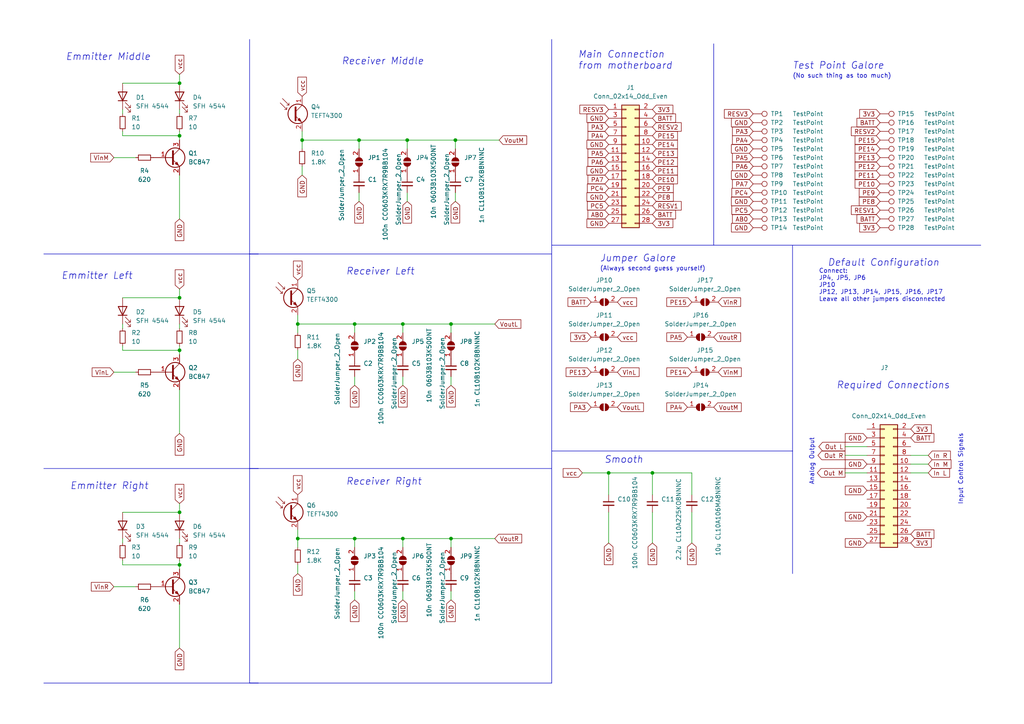
<source format=kicad_sch>
(kicad_sch (version 20211123) (generator eeschema)
  (paper "A4")
  (title_block (title "EEE3088 Sensing") (date "2024-03-22") (rev "R1.0") (company "3DSA.co.za") (comment 1 "Griffin Trace ") (comment 2 "TRCGRI001"))
  (lib_symbols
    (symbol "Connector:TestPoint" (pin_numbers hide) (pin_names (offset 0.762) hide)
      (property "Reference" "TP" (at 0 6.858 0))
      (property "Value" "TestPoint" (at 0 5.08 0))
      (symbol "TestPoint_0_1"
        (circle (center 0 3.302) (radius 0.762))
      )
      (symbol "TestPoint_1_1"
        (pin passive line (at 0 0 90) (length 2.54) (name "1") (number "1"))
      )
    )
    (symbol "Connector_Generic:Conn_02x14_Odd_Even" (pin_names (offset 1.016) hide)
      (property "Reference" "J" (at 1.27 17.78 0))
      (property "Value" "Conn_02x14_Odd_Even" (at 1.27 -20.32 0))
      (symbol "Conn_02x14_Odd_Even_1_1"
        (rectangle (start -1.27 -17.653) (end 0 -17.907) (stroke (width 0.1524)))
        (rectangle (start -1.27 -15.113) (end 0 -15.367) (stroke (width 0.1524)))
        (rectangle (start -1.27 -12.573) (end 0 -12.827) (stroke (width 0.1524)))
        (rectangle (start -1.27 -10.033) (end 0 -10.287) (stroke (width 0.1524)))
        (rectangle (start -1.27 -7.493) (end 0 -7.747) (stroke (width 0.1524)))
        (rectangle (start -1.27 -4.953) (end 0 -5.207) (stroke (width 0.1524)))
        (rectangle (start -1.27 -2.413) (end 0 -2.667) (stroke (width 0.1524)))
        (rectangle (start -1.27 0.127) (end 0 -0.127) (stroke (width 0.1524)))
        (rectangle (start -1.27 2.667) (end 0 2.413) (stroke (width 0.1524)))
        (rectangle (start -1.27 5.207) (end 0 4.953) (stroke (width 0.1524)))
        (rectangle (start -1.27 7.747) (end 0 7.493) (stroke (width 0.1524)))
        (rectangle (start -1.27 10.287) (end 0 10.033) (stroke (width 0.1524)))
        (rectangle (start -1.27 12.827) (end 0 12.573) (stroke (width 0.1524)))
        (rectangle (start -1.27 15.367) (end 0 15.113) (stroke (width 0.1524)))
        (rectangle (start -1.27 16.51) (end 3.81 -19.05) (stroke (width 0.254)) (fill (type background)))
        (rectangle (start 3.81 -17.653) (end 2.54 -17.907) (stroke (width 0.1524)))
        (rectangle (start 3.81 -15.113) (end 2.54 -15.367) (stroke (width 0.1524)))
        (rectangle (start 3.81 -12.573) (end 2.54 -12.827) (stroke (width 0.1524)))
        (rectangle (start 3.81 -10.033) (end 2.54 -10.287) (stroke (width 0.1524)))
        (rectangle (start 3.81 -7.493) (end 2.54 -7.747) (stroke (width 0.1524)))
        (rectangle (start 3.81 -4.953) (end 2.54 -5.207) (stroke (width 0.1524)))
        (rectangle (start 3.81 -2.413) (end 2.54 -2.667) (stroke (width 0.1524)))
        (rectangle (start 3.81 0.127) (end 2.54 -0.127) (stroke (width 0.1524)))
        (rectangle (start 3.81 2.667) (end 2.54 2.413) (stroke (width 0.1524)))
        (rectangle (start 3.81 5.207) (end 2.54 4.953) (stroke (width 0.1524)))
        (rectangle (start 3.81 7.747) (end 2.54 7.493) (stroke (width 0.1524)))
        (rectangle (start 3.81 10.287) (end 2.54 10.033) (stroke (width 0.1524)))
        (rectangle (start 3.81 12.827) (end 2.54 12.573) (stroke (width 0.1524)))
        (rectangle (start 3.81 15.367) (end 2.54 15.113) (stroke (width 0.1524)))
        (pin passive line (at -5.08 15.24 0) (length 3.81) (name "Pin_1") (number "1"))
        (pin passive line (at 7.62 5.08 180) (length 3.81) (name "Pin_10") (number "10"))
        (pin passive line (at -5.08 2.54 0) (length 3.81) (name "Pin_11") (number "11"))
        (pin passive line (at 7.62 2.54 180) (length 3.81) (name "Pin_12") (number "12"))
        (pin passive line (at -5.08 0 0) (length 3.81) (name "Pin_13") (number "13"))
        (pin passive line (at 7.62 0 180) (length 3.81) (name "Pin_14") (number "14"))
        (pin passive line (at -5.08 -2.54 0) (length 3.81) (name "Pin_15") (number "15"))
        (pin passive line (at 7.62 -2.54 180) (length 3.81) (name "Pin_16") (number "16"))
        (pin passive line (at -5.08 -5.08 0) (length 3.81) (name "Pin_17") (number "17"))
        (pin passive line (at 7.62 -5.08 180) (length 3.81) (name "Pin_18") (number "18"))
        (pin passive line (at -5.08 -7.62 0) (length 3.81) (name "Pin_19") (number "19"))
        (pin passive line (at 7.62 15.24 180) (length 3.81) (name "Pin_2") (number "2"))
        (pin passive line (at 7.62 -7.62 180) (length 3.81) (name "Pin_20") (number "20"))
        (pin passive line (at -5.08 -10.16 0) (length 3.81) (name "Pin_21") (number "21"))
        (pin passive line (at 7.62 -10.16 180) (length 3.81) (name "Pin_22") (number "22"))
        (pin passive line (at -5.08 -12.7 0) (length 3.81) (name "Pin_23") (number "23"))
        (pin passive line (at 7.62 -12.7 180) (length 3.81) (name "Pin_24") (number "24"))
        (pin passive line (at -5.08 -15.24 0) (length 3.81) (name "Pin_25") (number "25"))
        (pin passive line (at 7.62 -15.24 180) (length 3.81) (name "Pin_26") (number "26"))
        (pin passive line (at -5.08 -17.78 0) (length 3.81) (name "Pin_27") (number "27"))
        (pin passive line (at 7.62 -17.78 180) (length 3.81) (name "Pin_28") (number "28"))
        (pin passive line (at -5.08 12.7 0) (length 3.81) (name "Pin_3") (number "3"))
        (pin passive line (at 7.62 12.7 180) (length 3.81) (name "Pin_4") (number "4"))
        (pin passive line (at -5.08 10.16 0) (length 3.81) (name "Pin_5") (number "5"))
        (pin passive line (at 7.62 10.16 180) (length 3.81) (name "Pin_6") (number "6"))
        (pin passive line (at -5.08 7.62 0) (length 3.81) (name "Pin_7") (number "7"))
        (pin passive line (at 7.62 7.62 180) (length 3.81) (name "Pin_8") (number "8"))
        (pin passive line (at -5.08 5.08 0) (length 3.81) (name "Pin_9") (number "9"))
      )
    )
    (symbol "Device:C_Small" (pin_numbers hide) (pin_names (offset 0.254) hide)
      (property "Reference" "C" (at 0.254 1.778 0))
      (property "Value" "C_Small" (at 0.254 -2.032 0))
      (symbol "C_Small_0_1"
        (polyline (pts (xy -1.524 -0.508) (xy 1.524 -0.508)) (stroke (width 0.3302)))
        (polyline (pts (xy -1.524 0.508) (xy 1.524 0.508)) (stroke (width 0.3048)))
      )
      (symbol "C_Small_1_1"
        (pin passive line (at 0 2.54 270) (length 2.032) (name "~") (number "1"))
        (pin passive line (at 0 -2.54 90) (length 2.032) (name "~") (number "2"))
      )
    )
    (symbol "Device:LED" (pin_numbers hide) (pin_names (offset 1.016) hide)
      (property "Reference" "D" (at 0 2.54 0))
      (property "Value" "LED" (at 0 -2.54 0))
      (symbol "LED_0_1"
        (polyline (pts (xy -1.27 -1.27) (xy -1.27 1.27)) (stroke (width 0.254)))
        (polyline (pts (xy -1.27 0) (xy 1.27 0)))
        (polyline (pts (xy 1.27 -1.27) (xy 1.27 1.27) (xy -1.27 0) (xy 1.27 -1.27)) (stroke (width 0.254)))
        (polyline (pts (xy -3.048 -0.762) (xy -4.572 -2.286) (xy -3.81 -2.286) (xy -4.572 -2.286) (xy -4.572 -1.524)))
        (polyline (pts (xy -1.778 -0.762) (xy -3.302 -2.286) (xy -2.54 -2.286) (xy -3.302 -2.286) (xy -3.302 -1.524)))
      )
      (symbol "LED_1_1"
        (pin passive line (at -3.81 0 0) (length 2.54) (name "K") (number "1"))
        (pin passive line (at 3.81 0 180) (length 2.54) (name "A") (number "2"))
      )
    )
    (symbol "Device:Q_Photo_NPN" (pin_names (offset 0) hide)
      (property "Reference" "Q" (at 5.08 1.27 0))
      (property "Value" "Q_Photo_NPN" (at 5.08 -1.27 0))
      (symbol "Q_Photo_NPN_0_1"
        (polyline (pts (xy -1.905 1.27) (xy -2.54 1.27)))
        (polyline (pts (xy -1.27 2.54) (xy -1.905 2.54)))
        (polyline (pts (xy 0.635 0.635) (xy 2.54 2.54)))
        (polyline (pts (xy -3.81 3.175) (xy -1.905 1.27) (xy -1.905 1.905)))
        (polyline (pts (xy -3.175 4.445) (xy -1.27 2.54) (xy -1.27 3.175)))
        (polyline (pts (xy 0.635 -0.635) (xy 2.54 -2.54) (xy 2.54 -2.54)))
        (polyline (pts (xy 0.635 1.905) (xy 0.635 -1.905) (xy 0.635 -1.905)) (stroke (width 0.508)))
        (polyline (pts (xy 1.27 -1.778) (xy 1.778 -1.27) (xy 2.286 -2.286) (xy 1.27 -1.778) (xy 1.27 -1.778)) (fill (type outline)))
        (circle (center 1.27 0) (radius 2.8194) (stroke (width 0.254)))
      )
      (symbol "Q_Photo_NPN_1_1"
        (pin passive line (at 2.54 5.08 270) (length 2.54) (name "C") (number "1"))
        (pin passive line (at 2.54 -5.08 90) (length 2.54) (name "E") (number "2"))
      )
    )
    (symbol "Device:R_Small" (pin_numbers hide) (pin_names (offset 0.254) hide)
      (property "Reference" "R" (at 0.762 0.508 0))
      (property "Value" "R_Small" (at 0.762 -1.016 0))
      (symbol "R_Small_0_1"
        (rectangle (start -0.762 1.778) (end 0.762 -1.778) (stroke (width 0.2032)))
      )
      (symbol "R_Small_1_1"
        (pin passive line (at 0 2.54 270) (length 0.762) (name "~") (number "1"))
        (pin passive line (at 0 -2.54 90) (length 0.762) (name "~") (number "2"))
      )
    )
    (symbol "Jumper:SolderJumper_2_Open" (pin_names (offset 0) hide)
      (property "Reference" "JP" (at 0 2.032 0))
      (property "Value" "SolderJumper_2_Open" (at 0 -2.54 0))
      (symbol "SolderJumper_2_Open_0_1"
        (arc (start -0.254 1.016) (mid -1.27 0) (end -0.254 -1.016))
        (arc (start -0.254 1.016) (mid -1.27 0) (end -0.254 -1.016) (fill (type outline)))
        (polyline (pts (xy -0.254 1.016) (xy -0.254 -1.016)))
        (polyline (pts (xy 0.254 1.016) (xy 0.254 -1.016)))
        (arc (start 0.254 -1.016) (mid 1.27 0) (end 0.254 1.016))
        (arc (start 0.254 -1.016) (mid 1.27 0) (end 0.254 1.016) (fill (type outline)))
      )
      (symbol "SolderJumper_2_Open_1_1"
        (pin passive line (at -3.81 0 0) (length 2.54) (name "A") (number "1"))
        (pin passive line (at 3.81 0 180) (length 2.54) (name "B") (number "2"))
      )
    )
    (symbol "Transistor_BJT:BC847" (pin_names (offset 0) hide)
      (property "Reference" "Q" (at 5.08 1.905 0))
      (property "Value" "BC847" (at 5.08 0 0))
      (symbol "BC847_0_1"
        (polyline (pts (xy 0.635 0.635) (xy 2.54 2.54)))
        (polyline (pts (xy 0.635 -0.635) (xy 2.54 -2.54) (xy 2.54 -2.54)))
        (polyline (pts (xy 0.635 1.905) (xy 0.635 -1.905) (xy 0.635 -1.905)) (stroke (width 0.508)))
        (polyline (pts (xy 1.27 -1.778) (xy 1.778 -1.27) (xy 2.286 -2.286) (xy 1.27 -1.778) (xy 1.27 -1.778)) (fill (type outline)))
        (circle (center 1.27 0) (radius 2.8194) (stroke (width 0.254)))
      )
      (symbol "BC847_1_1"
        (pin input line (at -5.08 0 0) (length 5.715) (name "B") (number "1"))
        (pin passive line (at 2.54 -5.08 90) (length 2.54) (name "E") (number "2"))
        (pin passive line (at 2.54 5.08 270) (length 2.54) (name "C") (number "3"))
      )
    )
  )
  (junction (at 52.07 163.83))
  (junction (at 87.63 40.64))
  (junction (at 102.87 156.21))
  (junction (at 104.14 40.64))
  (junction (at 116.84 156.21))
  (junction (at 86.36 93.98))
  (junction (at 52.07 24.13))
  (junction (at 189.23 137.16))
  (junction (at 52.07 101.6))
  (junction (at 118.11 40.64))
  (junction (at 102.87 93.98))
  (junction (at 52.07 86.36))
  (junction (at 86.36 156.21))
  (junction (at 130.81 93.98))
  (junction (at 116.84 93.98))
  (junction (at 176.53 137.16))
  (junction (at 132.08 40.64))
  (junction (at 52.07 39.37))
  (junction (at 130.81 156.21))
  (junction (at 52.07 148.59))
  (polyline (pts (xy 160.02 198.12) (xy 72.39 198.12)) (stroke (width 0) (type solid)))
  (wire (pts (xy 118.11 40.64) (xy 132.08 40.64)))
  (wire (pts (xy 189.23 137.16) (xy 176.53 137.16)))
  (wire (pts (xy 86.36 93.98) (xy 86.36 96.52)))
  (wire (pts (xy 132.08 40.64) (xy 144.78 40.64)))
  (wire (pts (xy 35.56 86.36) (xy 52.07 86.36)))
  (wire (pts (xy 102.87 171.45) (xy 102.87 173.99)))
  (wire (pts (xy 130.81 93.98) (xy 130.81 96.52)))
  (polyline (pts (xy 72.39 73.66) (xy 72.39 135.89)) (stroke (width 0) (type solid)))
  (wire (pts (xy 102.87 156.21) (xy 102.87 158.75)))
  (wire (pts (xy 52.07 101.6) (xy 52.07 102.87)))
  (wire (pts (xy 130.81 93.98) (xy 143.51 93.98)))
  (wire (pts (xy 130.81 156.21) (xy 130.81 158.75)))
  (polyline (pts (xy 160.02 73.66) (xy 72.39 73.66)) (stroke (width 0) (type solid)))
  (wire (pts (xy 35.56 31.75) (xy 35.56 33.02)))
  (wire (pts (xy 130.81 156.21) (xy 143.51 156.21)))
  (wire (pts (xy 269.24 134.62) (xy 264.16 134.62)))
  (wire (pts (xy 176.53 148.59) (xy 176.53 157.48)))
  (wire (pts (xy 104.14 40.64) (xy 118.11 40.64)))
  (wire (pts (xy 33.02 45.72) (xy 39.37 45.72)))
  (wire (pts (xy 116.84 109.22) (xy 116.84 111.76)))
  (polyline (pts (xy 160.02 73.66) (xy 160.02 130.81)) (stroke (width 0) (type solid)))
  (wire (pts (xy 33.02 170.18) (xy 39.37 170.18)))
  (wire (pts (xy 116.84 93.98) (xy 130.81 93.98)))
  (wire (pts (xy 33.02 107.95) (xy 39.37 107.95)))
  (wire (pts (xy 116.84 156.21) (xy 116.84 158.75)))
  (wire (pts (xy 176.53 137.16) (xy 176.53 143.51)))
  (wire (pts (xy 35.56 39.37) (xy 52.07 39.37)))
  (wire (pts (xy 86.36 91.44) (xy 86.36 93.98)))
  (wire (pts (xy 118.11 40.64) (xy 118.11 43.18)))
  (polyline (pts (xy 72.39 11.43) (xy 72.39 73.66)) (stroke (width 0) (type solid)))
  (wire (pts (xy 52.07 163.83) (xy 52.07 165.1)))
  (wire (pts (xy 35.56 156.21) (xy 35.56 157.48)))
  (wire (pts (xy 104.14 40.64) (xy 104.14 43.18)))
  (polyline (pts (xy 160.02 135.89) (xy 72.39 135.89)) (stroke (width 0) (type solid)))
  (wire (pts (xy 132.08 40.64) (xy 132.08 43.18)))
  (wire (pts (xy 245.11 132.08) (xy 251.46 132.08)))
  (wire (pts (xy 35.56 148.59) (xy 52.07 148.59)))
  (wire (pts (xy 87.63 40.64) (xy 104.14 40.64)))
  (wire (pts (xy 52.07 50.8) (xy 52.07 63.5)))
  (wire (pts (xy 35.56 39.37) (xy 35.56 38.1)))
  (wire (pts (xy 200.66 137.16) (xy 189.23 137.16)))
  (wire (pts (xy 168.91 137.16) (xy 176.53 137.16)))
  (wire (pts (xy 35.56 101.6) (xy 52.07 101.6)))
  (wire (pts (xy 87.63 48.26) (xy 87.63 50.8)))
  (wire (pts (xy 52.07 38.1) (xy 52.07 39.37)))
  (wire (pts (xy 269.24 132.08) (xy 264.16 132.08)))
  (wire (pts (xy 86.36 156.21) (xy 102.87 156.21)))
  (polyline (pts (xy 72.39 135.89) (xy 72.39 198.12)) (stroke (width 0) (type solid)))
  (wire (pts (xy 102.87 156.21) (xy 116.84 156.21)))
  (wire (pts (xy 118.11 55.88) (xy 118.11 58.42)))
  (wire (pts (xy 52.07 39.37) (xy 52.07 40.64)))
  (wire (pts (xy 35.56 163.83) (xy 52.07 163.83)))
  (wire (pts (xy 86.36 163.83) (xy 86.36 166.37)))
  (wire (pts (xy 132.08 55.88) (xy 132.08 58.42)))
  (wire (pts (xy 86.36 101.6) (xy 86.36 104.14)))
  (wire (pts (xy 116.84 156.21) (xy 130.81 156.21)))
  (wire (pts (xy 35.56 163.83) (xy 35.56 162.56)))
  (polyline (pts (xy 229.87 71.12) (xy 229.87 130.81)) (stroke (width 0) (type solid)))
  (wire (pts (xy 130.81 109.22) (xy 130.81 111.76)))
  (wire (pts (xy 102.87 93.98) (xy 102.87 96.52)))
  (polyline (pts (xy 160.02 71.12) (xy 207.01 71.12)) (stroke (width 0) (type solid)))
  (wire (pts (xy 200.66 148.59) (xy 200.66 157.48)))
  (polyline (pts (xy 160.02 130.81) (xy 229.87 130.81)) (stroke (width 0) (type solid)))
  (wire (pts (xy 116.84 171.45) (xy 116.84 173.99)))
  (wire (pts (xy 52.07 175.26) (xy 52.07 187.96)))
  (wire (pts (xy 189.23 143.51) (xy 189.23 137.16)))
  (wire (pts (xy 52.07 100.33) (xy 52.07 101.6)))
  (wire (pts (xy 52.07 162.56) (xy 52.07 163.83)))
  (wire (pts (xy 116.84 93.98) (xy 116.84 96.52)))
  (wire (pts (xy 52.07 31.75) (xy 52.07 33.02)))
  (polyline (pts (xy 229.87 130.81) (xy 229.87 166.37)) (stroke (width 0) (type solid)))
  (polyline (pts (xy 207.01 12.7) (xy 207.01 71.12)) (stroke (width 0) (type solid)))
  (wire (pts (xy 86.36 156.21) (xy 86.36 158.75)))
  (wire (pts (xy 52.07 113.03) (xy 52.07 125.73)))
  (wire (pts (xy 52.07 83.82) (xy 52.07 86.36)))
  (wire (pts (xy 86.36 153.67) (xy 86.36 156.21)))
  (wire (pts (xy 35.56 101.6) (xy 35.56 100.33)))
  (wire (pts (xy 130.81 171.45) (xy 130.81 173.99)))
  (wire (pts (xy 52.07 21.59) (xy 52.07 24.13)))
  (polyline (pts (xy 74.93 198.12) (xy 12.7 198.12)) (stroke (width 0) (type solid)))
  (wire (pts (xy 87.63 40.64) (xy 87.63 43.18)))
  (wire (pts (xy 52.07 156.21) (xy 52.07 157.48)))
  (wire (pts (xy 35.56 24.13) (xy 52.07 24.13)))
  (wire (pts (xy 245.11 129.54) (xy 251.46 129.54)))
  (polyline (pts (xy 160.02 11.43) (xy 160.02 73.66)) (stroke (width 0) (type solid)))
  (wire (pts (xy 269.24 137.16) (xy 264.16 137.16)))
  (polyline (pts (xy 207.01 71.12) (xy 284.48 71.12)) (stroke (width 0) (type solid)))
  (wire (pts (xy 102.87 109.22) (xy 102.87 111.76)))
  (polyline (pts (xy 74.93 73.66) (xy 12.7 73.66)) (stroke (width 0) (type solid)))
  (wire (pts (xy 86.36 93.98) (xy 102.87 93.98)))
  (wire (pts (xy 104.14 55.88) (xy 104.14 58.42)))
  (wire (pts (xy 245.11 137.16) (xy 251.46 137.16)))
  (wire (pts (xy 200.66 143.51) (xy 200.66 137.16)))
  (wire (pts (xy 35.56 93.98) (xy 35.56 95.25)))
  (wire (pts (xy 87.63 38.1) (xy 87.63 40.64)))
  (wire (pts (xy 189.23 148.59) (xy 189.23 157.48)))
  (wire (pts (xy 52.07 146.05) (xy 52.07 148.59)))
  (wire (pts (xy 102.87 93.98) (xy 116.84 93.98)))
  (polyline (pts (xy 74.93 135.89) (xy 12.7 135.89)) (stroke (width 0) (type solid)))
  (wire (pts (xy 52.07 93.98) (xy 52.07 95.25)))
  (polyline (pts (xy 160.02 130.81) (xy 160.02 198.12)) (stroke (width 0) (type solid)))
  (text "Input Control Signals" (at 279.4 125.73 270) (effects (font (size 1.27 1.27)) (justify right bottom)))
  (text "Receiver Right" (at 100.33 140.97 0) (effects (font (size 2 2) italic) (justify left bottom)))
  (text "Main Connection \nfrom motherboard" (at 167.64 20.32 0) (effects (font (size 2 2) italic) (justify left bottom)))
  (text "Required Connections" (at 242.57 113.03 0) (effects (font (size 2 2) italic) (justify left bottom)))
  (text "Receiver Middle" (at 99.06 19.05 0) (effects (font (size 2 2) italic) (justify left bottom)))
  (text "(Always second guess yourself)" (at 173.99 78.74 0) (effects (font (size 1.27 1.27)) (justify left bottom)))
  (text "Jumper Galore" (at 173.99 76.2 0) (effects (font (size 2 2) italic) (justify left bottom)))
  (text "Connect:\nJP4, JP5, JP6\nJP10\nJP12, JP13, JP14, JP15, JP16, JP17\nLeave all other jumpers disconnected" (at 237.49 87.63 0) (effects (font (size 1.27 1.27)) (justify left bottom)))
  (text "Receiver Left" (at 100.33 80.01 0) (effects (font (size 2 2) italic) (justify left bottom)))
  (text "Emmitter Left" (at 17.78 81.28 0) (effects (font (size 2 2) italic) (justify left bottom)))
  (text "Test Point Galore" (at 229.87 20.32 0) (effects (font (size 2 2) italic) (justify left bottom)))
  (text "Smooth" (at 175.26 134.62 0) (effects (font (size 2 2) italic) (justify left bottom)))
  (text "(No such thing as too much)" (at 229.87 22.86 0) (effects (font (size 1.27 1.27)) (justify left bottom)))
  (text "Emmitter Right" (at 20.32 142.24 0) (effects (font (size 2 2) italic) (justify left bottom)))
  (text "Analog Output" (at 236.22 127 270) (effects (font (size 1.27 1.27)) (justify right bottom)))
  (text "Default Configuration" (at 240.03 77.47 0) (effects (font (size 2 2) italic) (justify left bottom)))
  (text "Emmitter Middle" (at 19.05 17.78 0) (effects (font (size 2 2) italic) (justify left bottom)))
  (global_label "PE14" (shape input) (at 189.23 41.91 0) (property "Intersheet References" "${INTERSHEET_REFS}" (effects hide)))
  (global_label "PA5" (shape input) (at 218.44 45.72 180) (property "Intersheet References" "${INTERSHEET_REFS}" (effects hide)))
  (global_label "GND" (shape input) (at 176.53 57.15 180) (property "Intersheet References" "${INTERSHEET_REFS}" (effects hide)))
  (global_label "VoutM" (shape input) (at 207.01 118.11 0) (property "Intersheet References" "${INTERSHEET_REFS}" (effects hide)))
  (global_label "PC5" (shape input) (at 176.53 59.69 180) (property "Intersheet References" "${INTERSHEET_REFS}" (effects hide)))
  (global_label "RESV1" (shape input) (at 255.27 60.96 180) (property "Intersheet References" "${INTERSHEET_REFS}" (effects hide)))
  (global_label "vcc" (shape input) (at 52.07 83.82 90) (property "Intersheet References" "${INTERSHEET_REFS}" (effects hide)))
  (global_label "3V3" (shape input) (at 189.23 64.77 0) (property "Intersheet References" "${INTERSHEET_REFS}" (effects hide)))
  (global_label "GND" (shape input) (at 102.87 111.76 270) (property "Intersheet References" "${INTERSHEET_REFS}" (effects hide)))
  (global_label "PA3" (shape input) (at 171.45 118.11 180) (property "Intersheet References" "${INTERSHEET_REFS}" (effects hide)))
  (global_label "3V3" (shape input) (at 264.16 157.48 0) (property "Intersheet References" "${INTERSHEET_REFS}" (effects hide)))
  (global_label "PE13" (shape input) (at 189.23 44.45 0) (property "Intersheet References" "${INTERSHEET_REFS}" (effects hide)))
  (global_label "BATT" (shape input) (at 255.27 35.56 180) (property "Intersheet References" "${INTERSHEET_REFS}" (effects hide)))
  (global_label "vcc" (shape input) (at 52.07 146.05 90) (property "Intersheet References" "${INTERSHEET_REFS}" (effects hide)))
  (global_label "GND" (shape input) (at 116.84 111.76 270) (property "Intersheet References" "${INTERSHEET_REFS}" (effects hide)))
  (global_label "GND" (shape input) (at 218.44 50.8 180) (property "Intersheet References" "${INTERSHEET_REFS}" (effects hide)))
  (global_label "PA6" (shape input) (at 218.44 48.26 180) (property "Intersheet References" "${INTERSHEET_REFS}" (effects hide)))
  (global_label "PE12" (shape input) (at 255.27 48.26 180) (property "Intersheet References" "${INTERSHEET_REFS}" (effects hide)))
  (global_label "VoutL" (shape input) (at 179.07 118.11 0) (property "Intersheet References" "${INTERSHEET_REFS}" (effects hide)))
  (global_label "PA7" (shape input) (at 218.44 53.34 180) (property "Intersheet References" "${INTERSHEET_REFS}" (effects hide)))
  (global_label "vcc" (shape input) (at 52.07 21.59 90) (property "Intersheet References" "${INTERSHEET_REFS}" (effects hide)))
  (global_label "PE14" (shape input) (at 200.66 107.95 180) (property "Intersheet References" "${INTERSHEET_REFS}" (effects hide)))
  (global_label "VoutR" (shape input) (at 207.01 97.79 0) (property "Intersheet References" "${INTERSHEET_REFS}" (effects hide)))
  (global_label "GND" (shape input) (at 218.44 58.42 180) (property "Intersheet References" "${INTERSHEET_REFS}" (effects hide)))
  (global_label "GND" (shape input) (at 86.36 166.37 270) (property "Intersheet References" "${INTERSHEET_REFS}" (effects hide)))
  (global_label "3V3" (shape input) (at 264.16 124.46 0) (property "Intersheet References" "${INTERSHEET_REFS}" (effects hide)))
  (global_label "GND" (shape input) (at 218.44 35.56 180) (property "Intersheet References" "${INTERSHEET_REFS}" (effects hide)))
  (global_label "GND" (shape input) (at 176.53 64.77 180) (property "Intersheet References" "${INTERSHEET_REFS}" (effects hide)))
  (global_label "AB0" (shape input) (at 218.44 63.5 180) (property "Intersheet References" "${INTERSHEET_REFS}" (effects hide)))
  (global_label "PA6" (shape input) (at 176.53 46.99 180) (property "Intersheet References" "${INTERSHEET_REFS}" (effects hide)))
  (global_label "BATT" (shape input) (at 264.16 127 0) (property "Intersheet References" "${INTERSHEET_REFS}" (effects hide)))
  (global_label "GND" (shape input) (at 251.46 142.24 180) (property "Intersheet References" "${INTERSHEET_REFS}" (effects hide)))
  (global_label "GND" (shape input) (at 52.07 63.5 270) (property "Intersheet References" "${INTERSHEET_REFS}" (effects hide)))
  (global_label "In L" (shape input) (at 269.24 137.16 0) (property "Intersheet References" "${INTERSHEET_REFS}" (effects hide)))
  (global_label "BATT" (shape input) (at 255.27 63.5 180) (property "Intersheet References" "${INTERSHEET_REFS}" (effects hide)))
  (global_label "Out R" (shape output) (at 245.11 132.08 180) (property "Intersheet References" "${INTERSHEET_REFS}" (effects hide)))
  (global_label "PE11" (shape input) (at 189.23 49.53 0) (property "Intersheet References" "${INTERSHEET_REFS}" (effects hide)))
  (global_label "BATT" (shape input) (at 171.45 87.63 180) (property "Intersheet References" "${INTERSHEET_REFS}" (effects hide)))
  (global_label "PE15" (shape input) (at 255.27 40.64 180) (property "Intersheet References" "${INTERSHEET_REFS}" (effects hide)))
  (global_label "PE12" (shape input) (at 189.23 46.99 0) (property "Intersheet References" "${INTERSHEET_REFS}" (effects hide)))
  (global_label "RESV3" (shape input) (at 218.44 33.02 180) (property "Intersheet References" "${INTERSHEET_REFS}" (effects hide)))
  (global_label "GND" (shape input) (at 130.81 111.76 270) (property "Intersheet References" "${INTERSHEET_REFS}" (effects hide)))
  (global_label "GND" (shape input) (at 116.84 173.99 270) (property "Intersheet References" "${INTERSHEET_REFS}" (effects hide)))
  (global_label "GND" (shape input) (at 176.53 157.48 270) (property "Intersheet References" "${INTERSHEET_REFS}" (effects hide)))
  (global_label "GND" (shape input) (at 189.23 157.48 270) (property "Intersheet References" "${INTERSHEET_REFS}" (effects hide)))
  (global_label "GND" (shape input) (at 200.66 157.48 270) (property "Intersheet References" "${INTERSHEET_REFS}" (effects hide)))
  (global_label "GND" (shape input) (at 251.46 149.86 180) (property "Intersheet References" "${INTERSHEET_REFS}" (effects hide)))
  (global_label "GND" (shape input) (at 118.11 58.42 270) (property "Intersheet References" "${INTERSHEET_REFS}" (effects hide)))
  (global_label "VinL" (shape input) (at 179.07 107.95 0) (property "Intersheet References" "${INTERSHEET_REFS}" (effects hide)))
  (global_label "BATT" (shape input) (at 264.16 154.94 0) (property "Intersheet References" "${INTERSHEET_REFS}" (effects hide)))
  (global_label "In R" (shape input) (at 269.24 132.08 0) (property "Intersheet References" "${INTERSHEET_REFS}" (effects hide)))
  (global_label "vcc" (shape input) (at 179.07 87.63 0) (property "Intersheet References" "${INTERSHEET_REFS}" (effects hide)))
  (global_label "GND" (shape input) (at 251.46 157.48 180) (property "Intersheet References" "${INTERSHEET_REFS}" (effects hide)))
  (global_label "PE11" (shape input) (at 255.27 50.8 180) (property "Intersheet References" "${INTERSHEET_REFS}" (effects hide)))
  (global_label "VoutR" (shape input) (at 143.51 156.21 0) (property "Intersheet References" "${INTERSHEET_REFS}" (effects hide)))
  (global_label "VinM" (shape input) (at 208.28 107.95 0) (property "Intersheet References" "${INTERSHEET_REFS}" (effects hide)))
  (global_label "GND" (shape input) (at 251.46 127 180) (property "Intersheet References" "${INTERSHEET_REFS}" (effects hide)))
  (global_label "PE13" (shape input) (at 171.45 107.95 180) (property "Intersheet References" "${INTERSHEET_REFS}" (effects hide)))
  (global_label "PA5" (shape input) (at 199.39 97.79 180) (property "Intersheet References" "${INTERSHEET_REFS}" (effects hide)))
  (global_label "GND" (shape input) (at 52.07 187.96 270) (property "Intersheet References" "${INTERSHEET_REFS}" (effects hide)))
  (global_label "vcc" (shape input) (at 87.63 27.94 90) (property "Intersheet References" "${INTERSHEET_REFS}" (effects hide)))
  (global_label "PE15" (shape input) (at 200.66 87.63 180) (property "Intersheet References" "${INTERSHEET_REFS}" (effects hide)))
  (global_label "GND" (shape input) (at 102.87 173.99 270) (property "Intersheet References" "${INTERSHEET_REFS}" (effects hide)))
  (global_label "VinR" (shape input) (at 208.28 87.63 0) (property "Intersheet References" "${INTERSHEET_REFS}" (effects hide)))
  (global_label "PA4" (shape input) (at 176.53 39.37 180) (property "Intersheet References" "${INTERSHEET_REFS}" (effects hide)))
  (global_label "GND" (shape input) (at 132.08 58.395 270) (property "Intersheet References" "${INTERSHEET_REFS}" (effects hide)))
  (global_label "VinM" (shape input) (at 33.02 45.72 180) (property "Intersheet References" "${INTERSHEET_REFS}" (effects hide)))
  (global_label "3V3" (shape input) (at 171.45 97.79 180) (property "Intersheet References" "${INTERSHEET_REFS}" (effects hide)))
  (global_label "GND" (shape input) (at 218.44 43.18 180) (property "Intersheet References" "${INTERSHEET_REFS}" (effects hide)))
  (global_label "PA5" (shape input) (at 176.53 44.45 180) (property "Intersheet References" "${INTERSHEET_REFS}" (effects hide)))
  (global_label "3V3" (shape input) (at 255.27 33.02 180) (property "Intersheet References" "${INTERSHEET_REFS}" (effects hide)))
  (global_label "Out L" (shape output) (at 245.11 129.54 180) (property "Intersheet References" "${INTERSHEET_REFS}" (effects hide)))
  (global_label "PA7" (shape input) (at 176.53 52.07 180) (property "Intersheet References" "${INTERSHEET_REFS}" (effects hide)))
  (global_label "VoutL" (shape input) (at 143.51 93.98 0) (property "Intersheet References" "${INTERSHEET_REFS}" (effects hide)))
  (global_label "GND" (shape input) (at 130.81 173.99 270) (property "Intersheet References" "${INTERSHEET_REFS}" (effects hide)))
  (global_label "GND" (shape input) (at 104.14 58.42 270) (property "Intersheet References" "${INTERSHEET_REFS}" (effects hide)))
  (global_label "GND" (shape input) (at 87.63 50.8 270) (property "Intersheet References" "${INTERSHEET_REFS}" (effects hide)))
  (global_label "PE8" (shape input) (at 255.27 58.42 180) (property "Intersheet References" "${INTERSHEET_REFS}" (effects hide)))
  (global_label "PE14" (shape input) (at 255.27 43.18 180) (property "Intersheet References" "${INTERSHEET_REFS}" (effects hide)))
  (global_label "PE10" (shape input) (at 189.23 52.07 0) (property "Intersheet References" "${INTERSHEET_REFS}" (effects hide)))
  (global_label "AB0" (shape input) (at 176.53 62.23 180) (property "Intersheet References" "${INTERSHEET_REFS}" (effects hide)))
  (global_label "GND" (shape input) (at 218.44 66.04 180) (property "Intersheet References" "${INTERSHEET_REFS}" (effects hide)))
  (global_label "RESV3" (shape input) (at 176.53 31.75 180) (property "Intersheet References" "${INTERSHEET_REFS}" (effects hide)))
  (global_label "BATT" (shape input) (at 189.23 62.23 0) (property "Intersheet References" "${INTERSHEET_REFS}" (effects hide)))
  (global_label "PE9" (shape input) (at 189.23 54.61 0) (property "Intersheet References" "${INTERSHEET_REFS}" (effects hide)))
  (global_label "GND" (shape input) (at 176.53 41.91 180) (property "Intersheet References" "${INTERSHEET_REFS}" (effects hide)))
  (global_label "GND" (shape input) (at 52.07 125.73 270) (property "Intersheet References" "${INTERSHEET_REFS}" (effects hide)))
  (global_label "RESV2" (shape input) (at 255.27 38.1 180) (property "Intersheet References" "${INTERSHEET_REFS}" (effects hide)))
  (global_label "GND" (shape input) (at 176.53 49.53 180) (property "Intersheet References" "${INTERSHEET_REFS}" (effects hide)))
  (global_label "PC4" (shape input) (at 218.44 55.88 180) (property "Intersheet References" "${INTERSHEET_REFS}" (effects hide)))
  (global_label "PE15" (shape input) (at 189.23 39.37 0) (property "Intersheet References" "${INTERSHEET_REFS}" (effects hide)))
  (global_label "PC5" (shape input) (at 218.44 60.96 180) (property "Intersheet References" "${INTERSHEET_REFS}" (effects hide)))
  (global_label "PE13" (shape input) (at 255.27 45.72 180) (property "Intersheet References" "${INTERSHEET_REFS}" (effects hide)))
  (global_label "vcc" (shape input) (at 179.07 97.79 0) (property "Intersheet References" "${INTERSHEET_REFS}" (effects hide)))
  (global_label "PA4" (shape input) (at 199.39 118.11 180) (property "Intersheet References" "${INTERSHEET_REFS}" (effects hide)))
  (global_label "GND" (shape input) (at 176.53 34.29 180) (property "Intersheet References" "${INTERSHEET_REFS}" (effects hide)))
  (global_label "VoutM" (shape input) (at 144.78 40.64 0) (property "Intersheet References" "${INTERSHEET_REFS}" (effects hide)))
  (global_label "vcc" (shape input) (at 86.36 143.51 90) (property "Intersheet References" "${INTERSHEET_REFS}" (effects hide)))
  (global_label "3V3" (shape input) (at 255.27 66.04 180) (property "Intersheet References" "${INTERSHEET_REFS}" (effects hide)))
  (global_label "PA3" (shape input) (at 176.53 36.83 180) (property "Intersheet References" "${INTERSHEET_REFS}" (effects hide)))
  (global_label "RESV2" (shape input) (at 189.23 36.83 0) (property "Intersheet References" "${INTERSHEET_REFS}" (effects hide)))
  (global_label "BATT" (shape input) (at 189.23 34.29 0) (property "Intersheet References" "${INTERSHEET_REFS}" (effects hide)))
  (global_label "PE10" (shape input) (at 255.27 53.34 180) (property "Intersheet References" "${INTERSHEET_REFS}" (effects hide)))
  (global_label "VinR" (shape input) (at 33.02 170.18 180) (property "Intersheet References" "${INTERSHEET_REFS}" (effects hide)))
  (global_label "GND" (shape input) (at 251.46 134.62 180) (property "Intersheet References" "${INTERSHEET_REFS}" (effects hide)))
  (global_label "vcc" (shape input) (at 168.91 137.16 180) (property "Intersheet References" "${INTERSHEET_REFS}" (effects hide)))
  (global_label "VinL" (shape input) (at 33.02 107.95 180) (property "Intersheet References" "${INTERSHEET_REFS}" (effects hide)))
  (global_label "Out M" (shape output) (at 245.11 137.16 180) (property "Intersheet References" "${INTERSHEET_REFS}" (effects hide)))
  (global_label "PA4" (shape input) (at 218.44 40.64 180) (property "Intersheet References" "${INTERSHEET_REFS}" (effects hide)))
  (global_label "PC4" (shape input) (at 176.53 54.61 180) (property "Intersheet References" "${INTERSHEET_REFS}" (effects hide)))
  (global_label "3V3" (shape input) (at 189.23 31.75 0) (property "Intersheet References" "${INTERSHEET_REFS}" (effects hide)))
  (global_label "GND" (shape input) (at 86.36 104.14 270) (property "Intersheet References" "${INTERSHEET_REFS}" (effects hide)))
  (global_label "PE8" (shape input) (at 189.23 57.15 0) (property "Intersheet References" "${INTERSHEET_REFS}" (effects hide)))
  (global_label "PA3" (shape input) (at 218.44 38.1 180) (property "Intersheet References" "${INTERSHEET_REFS}" (effects hide)))
  (global_label "RESV1" (shape input) (at 189.23 59.69 0) (property "Intersheet References" "${INTERSHEET_REFS}" (effects hide)))
  (global_label "vcc" (shape input) (at 86.36 81.28 90) (property "Intersheet References" "${INTERSHEET_REFS}" (effects hide)))
  (global_label "PE9" (shape input) (at 255.27 55.88 180) (property "Intersheet References" "${INTERSHEET_REFS}" (effects hide)))
  (global_label "In M" (shape input) (at 269.24 134.62 0) (property "Intersheet References" "${INTERSHEET_REFS}" (effects hide)))
  (symbol (lib_id "Jumper:SolderJumper_2_Open") (at 203.2 97.79 0) (unit 1)
    (property "Reference" "JP16" (at 203.2 91.44 0))
    (property "Value" "SolderJumper_2_Open" (at 203.2 93.98 0))
    (property "Footprint" "Jumper:SolderJumper-2_P1.3mm_Open_RoundedPad1.0x1.5mm" (effects hide))
  )
  (symbol (lib_id "Device:LED") (at 35.56 27.94 90) (unit 1)
    (property "Reference" "D1" (at 39.37 28.2574 90) (effects (justify right)))
    (property "Value" " SFH 4544" (at 39.37 30.7974 90) (effects (justify right)))
    (property "Footprint" "LED_THT:LED_D5.0mm_Horizontal_O1.27mm_Z3.0mm_IRBlack" (effects hide))
  )
  (symbol (lib_id "Transistor_BJT:BC847") (at 49.53 45.72 0) (unit 1)
    (property "Reference" "Q1" (at 54.61 44.4499 0) (effects (justify left)))
    (property "Value" "BC847" (at 54.61 46.9899 0) (effects (justify left)))
    (property "Footprint" "Package_TO_SOT_SMD:SOT-23" (effects hide))
    (property "Datasheet" "http://www.infineon.com/dgdl/Infineon-BC847SERIES_BC848SERIES_BC849SERIES_BC850SERIES-DS-v01_01-en.pdf?fileId=db3a304314dca389011541d4630a1657" (effects hide))
  )
  (symbol (lib_id "Device:C_Small") (at 116.84 168.91 0) (unit 1)
    (property "Reference" "C6" (at 119.38 167.6462 0) (effects (justify left)))
    (property "Value" "10n 0603B103K500NT" (at 124.46 179.07 90) (effects (justify left)))
    (property "Footprint" "Capacitor_SMD:C_0603_1608Metric" (effects hide))
  )
  (symbol (lib_id "Jumper:SolderJumper_2_Open") (at 130.81 100.33 90) (unit 1)
    (property "Reference" "JP8" (at 133.35 99.0599 90) (effects (justify right)))
    (property "Value" "SolderJumper_2_Open" (at 128.27 97.79 0) (effects (justify right)))
    (property "Footprint" "Jumper:SolderJumper-2_P1.3mm_Open_RoundedPad1.0x1.5mm" (effects hide))
  )
  (symbol (lib_id "Device:LED") (at 35.56 152.4 90) (unit 1)
    (property "Reference" "D3" (at 39.37 152.7174 90) (effects (justify right)))
    (property "Value" " SFH 4544" (at 39.37 155.2574 90) (effects (justify right)))
    (property "Footprint" "LED_THT:LED_D5.0mm_Horizontal_O1.27mm_Z3.0mm_IRBlack" (effects hide))
  )
  (symbol (lib_id "Jumper:SolderJumper_2_Open") (at 102.87 162.56 90) (unit 1)
    (property "Reference" "JP3" (at 105.41 161.2899 90) (effects (justify right)))
    (property "Value" "SolderJumper_2_Open" (at 97.79 158.75 0) (effects (justify right)))
    (property "Footprint" "Jumper:SolderJumper-2_P1.3mm_Open_RoundedPad1.0x1.5mm" (effects hide))
  )
  (symbol (lib_id "Connector:TestPoint") (at 255.27 60.96 270) (unit 1)
    (property "Reference" "TP26" (at 260.35 60.9599 90) (effects (justify left)))
    (property "Value" "TestPoint" (at 267.97 60.96 90) (effects (justify left)))
    (property "Footprint" "TestPoint:TestPoint_Pad_D1.5mm" (effects hide))
  )
  (symbol (lib_id "Device:C_Small") (at 176.53 146.05 0) (unit 1)
    (property "Reference" "C10" (at 179.07 144.7862 0) (effects (justify left)))
    (property "Value" "100n CC0603KRX7R9BB104" (at 184.15 165.1 90) (effects (justify left)))
    (property "Footprint" "Capacitor_SMD:C_0603_1608Metric" (effects hide))
  )
  (symbol (lib_id "Connector:TestPoint") (at 255.27 66.04 270) (unit 1)
    (property "Reference" "TP28" (at 260.35 66.0399 90) (effects (justify left)))
    (property "Value" "TestPoint" (at 267.97 66.04 90) (effects (justify left)))
    (property "Footprint" "TestPoint:TestPoint_Pad_D1.5mm" (effects hide))
  )
  (symbol (lib_id "Device:C_Small") (at 200.66 146.05 0) (unit 1)
    (property "Reference" "C12" (at 203.2 144.7862 0) (effects (justify left)))
    (property "Value" "10u CL10A106MA8NRNC" (at 208.28 161.29 90) (effects (justify left)))
    (property "Footprint" "Capacitor_SMD:C_0603_1608Metric" (effects hide))
  )
  (symbol (lib_id "Jumper:SolderJumper_2_Open") (at 130.81 162.56 90) (unit 1)
    (property "Reference" "JP9" (at 133.35 161.2899 90) (effects (justify right)))
    (property "Value" "SolderJumper_2_Open" (at 128.27 160.02 0) (effects (justify right)))
    (property "Footprint" "Jumper:SolderJumper-2_P1.3mm_Open_RoundedPad1.0x1.5mm" (effects hide))
  )
  (symbol (lib_id "Connector:TestPoint") (at 218.44 58.42 270) (unit 1)
    (property "Reference" "TP11" (at 223.52 58.42 90) (effects (justify left)))
    (property "Value" "TestPoint" (at 229.87 58.42 90) (effects (justify left)))
    (property "Footprint" "TestPoint:TestPoint_Pad_D1.5mm" (effects hide))
  )
  (symbol (lib_id "Jumper:SolderJumper_2_Open") (at 102.87 100.33 90) (unit 1)
    (property "Reference" "JP2" (at 105.41 99.0599 90) (effects (justify right)))
    (property "Value" "SolderJumper_2_Open" (at 97.79 96.52 0) (effects (justify right)))
    (property "Footprint" "Jumper:SolderJumper-2_P1.3mm_Open_RoundedPad1.0x1.5mm" (effects hide))
  )
  (symbol (lib_id "Jumper:SolderJumper_2_Open") (at 116.84 162.56 90) (unit 1)
    (property "Reference" "JP6" (at 119.38 161.2899 90) (effects (justify right)))
    (property "Value" "SolderJumper_2_Open" (at 114.3 160.02 0) (effects (justify right)))
    (property "Footprint" "Jumper:SolderJumper-2_P1.3mm_Open_RoundedPad1.0x1.5mm" (effects hide))
  )
  (symbol (lib_id "Device:LED") (at 52.07 152.4 90) (unit 1)
    (property "Reference" "D6" (at 55.88 152.7174 90) (effects (justify right)))
    (property "Value" " SFH 4544" (at 55.88 155.2574 90) (effects (justify right)))
    (property "Footprint" "LED_THT:LED_D5.0mm_Horizontal_O1.27mm_Z3.0mm_IRBlack" (effects hide))
  )
  (symbol (lib_id "Jumper:SolderJumper_2_Open") (at 175.26 107.95 0) (unit 1)
    (property "Reference" "JP12" (at 175.26 101.6 0))
    (property "Value" "SolderJumper_2_Open" (at 175.26 104.14 0))
    (property "Footprint" "Jumper:SolderJumper-2_P1.3mm_Open_RoundedPad1.0x1.5mm" (effects hide))
  )
  (symbol (lib_id "Device:LED") (at 52.07 27.94 90) (unit 1)
    (property "Reference" "D4" (at 55.88 28.2574 90) (effects (justify right)))
    (property "Value" " SFH 4544" (at 55.88 30.7974 90) (effects (justify right)))
    (property "Footprint" "LED_THT:LED_D5.0mm_Horizontal_O1.27mm_Z3.0mm_IRBlack" (effects hide))
  )
  (symbol (lib_id "Device:R_Small") (at 87.63 45.72 0) (unit 1)
    (property "Reference" "R10" (at 90.17 44.4499 0) (effects (justify left)))
    (property "Value" "1.8K" (at 90.17 46.9899 0) (effects (justify left)))
    (property "Footprint" "Resistor_SMD:R_0603_1608Metric" (effects hide))
  )
  (symbol (lib_id "Connector:TestPoint") (at 255.27 63.5 270) (unit 1)
    (property "Reference" "TP27" (at 260.35 63.4999 90) (effects (justify left)))
    (property "Value" "TestPoint" (at 267.97 63.5 90) (effects (justify left)))
    (property "Footprint" "TestPoint:TestPoint_Pad_D1.5mm" (effects hide))
  )
  (symbol (lib_id "Device:C_Small") (at 132.08 53.34 0) (unit 1)
    (property "Reference" "C7" (at 134.62 52.0762 0) (effects (justify left)))
    (property "Value" "1n CL10B102KB8NNNC" (at 139.7 64.77 90) (effects (justify left)))
    (property "Footprint" "Capacitor_SMD:C_0603_1608Metric" (effects hide))
  )
  (symbol (lib_id "Connector:TestPoint") (at 255.27 50.8 270) (unit 1)
    (property "Reference" "TP22" (at 260.35 50.7999 90) (effects (justify left)))
    (property "Value" "TestPoint" (at 267.97 50.8 90) (effects (justify left)))
    (property "Footprint" "TestPoint:TestPoint_Pad_D1.5mm" (effects hide))
  )
  (symbol (lib_id "Connector:TestPoint") (at 255.27 40.64 270) (unit 1)
    (property "Reference" "TP18" (at 260.35 40.6399 90) (effects (justify left)))
    (property "Value" "TestPoint" (at 267.97 40.64 90) (effects (justify left)))
    (property "Footprint" "TestPoint:TestPoint_Pad_D1.5mm" (effects hide))
  )
  (symbol (lib_id "Device:R_Small") (at 35.56 97.79 0) (unit 1)
    (property "Reference" "R2" (at 38.1 96.5199 0) (effects (justify left)))
    (property "Value" "10" (at 38.1 99.0599 0) (effects (justify left)))
    (property "Footprint" "Resistor_SMD:R_0603_1608Metric" (effects hide))
  )
  (symbol (lib_id "Device:C_Small") (at 130.81 168.91 0) (unit 1)
    (property "Reference" "C9" (at 133.35 167.6462 0) (effects (justify left)))
    (property "Value" "1n CL10B102KB8NNNC" (at 138.43 180.34 90) (effects (justify left)))
    (property "Footprint" "Capacitor_SMD:C_0603_1608Metric" (effects hide))
  )
  (symbol (lib_id "Jumper:SolderJumper_2_Open") (at 104.14 46.99 90) (unit 1)
    (property "Reference" "JP1" (at 106.68 45.7199 90) (effects (justify right)))
    (property "Value" "SolderJumper_2_Open" (at 99.06 43.18 0) (effects (justify right)))
    (property "Footprint" "Jumper:SolderJumper-2_P1.3mm_Open_RoundedPad1.0x1.5mm" (effects hide))
  )
  (symbol (lib_id "Connector:TestPoint") (at 218.44 43.18 270) (unit 1)
    (property "Reference" "TP5" (at 223.52 43.18 90) (effects (justify left)))
    (property "Value" "TestPoint" (at 229.87 43.18 90) (effects (justify left)))
    (property "Footprint" "TestPoint:TestPoint_Pad_D1.5mm" (effects hide))
  )
  (symbol (lib_id "Device:R_Small") (at 52.07 160.02 0) (unit 1)
    (property "Reference" "R9" (at 54.61 158.7499 0) (effects (justify left)))
    (property "Value" "10" (at 54.61 161.2899 0) (effects (justify left)))
    (property "Footprint" "Resistor_SMD:R_0603_1608Metric" (effects hide))
  )
  (symbol (lib_id "Connector:TestPoint") (at 218.44 35.56 270) (unit 1)
    (property "Reference" "TP2" (at 223.52 35.56 90) (effects (justify left)))
    (property "Value" "TestPoint" (at 229.87 35.56 90) (effects (justify left)))
    (property "Footprint" "TestPoint:TestPoint_Pad_D1.5mm" (effects hide))
  )
  (symbol (lib_id "Device:C_Small") (at 118.11 53.34 0) (unit 1)
    (property "Reference" "C4" (at 120.65 52.0762 0) (effects (justify left)))
    (property "Value" "10n 0603B103K500NT" (at 125.73 63.5 90) (effects (justify left)))
    (property "Footprint" "Capacitor_SMD:C_0603_1608Metric" (effects hide))
  )
  (symbol (lib_id "Jumper:SolderJumper_2_Open") (at 118.11 46.99 90) (unit 1)
    (property "Reference" "JP4" (at 120.65 45.7199 90) (effects (justify right)))
    (property "Value" "SolderJumper_2_Open" (at 115.57 44.45 0) (effects (justify right)))
    (property "Footprint" "Jumper:SolderJumper-2_P1.3mm_Open_RoundedPad1.0x1.5mm" (effects hide))
  )
  (symbol (lib_id "Connector:TestPoint") (at 255.27 38.1 270) (unit 1)
    (property "Reference" "TP17" (at 260.35 38.0999 90) (effects (justify left)))
    (property "Value" "TestPoint" (at 267.97 38.1 90) (effects (justify left)))
    (property "Footprint" "TestPoint:TestPoint_Pad_D1.5mm" (effects hide))
  )
  (symbol (lib_id "Connector:TestPoint") (at 218.44 33.02 270) (unit 1)
    (property "Reference" "TP1" (at 223.52 33.02 90) (effects (justify left)))
    (property "Value" "TestPoint" (at 229.87 33.02 90) (effects (justify left)))
    (property "Footprint" "TestPoint:TestPoint_Pad_D1.5mm" (effects hide))
  )
  (symbol (lib_id "Device:R_Small") (at 41.91 45.72 90) (unit 1)
    (property "Reference" "R4" (at 41.91 49.53 90))
    (property "Value" "620" (at 41.91 52.07 90))
    (property "Footprint" "Resistor_SMD:R_0603_1608Metric" (effects hide))
  )
  (symbol (lib_id "Connector:TestPoint") (at 255.27 33.02 270) (unit 1)
    (property "Reference" "TP15" (at 260.35 33.0199 90) (effects (justify left)))
    (property "Value" "TestPoint" (at 267.97 33.02 90) (effects (justify left)))
    (property "Footprint" "TestPoint:TestPoint_Pad_D1.5mm" (effects hide))
  )
  (symbol (lib_id "Connector:TestPoint") (at 218.44 60.96 270) (unit 1)
    (property "Reference" "TP12" (at 223.52 60.96 90) (effects (justify left)))
    (property "Value" "TestPoint" (at 229.87 60.96 90) (effects (justify left)))
    (property "Footprint" "TestPoint:TestPoint_Pad_D1.5mm" (effects hide))
  )
  (symbol (lib_id "Device:R_Small") (at 35.56 35.56 0) (unit 1)
    (property "Reference" "R1" (at 38.1 34.2899 0) (effects (justify left)))
    (property "Value" "10" (at 38.1 36.8299 0) (effects (justify left)))
    (property "Footprint" "Resistor_SMD:R_0603_1608Metric" (effects hide))
  )
  (symbol (lib_id "Connector_Generic:Conn_02x14_Odd_Even") (at 256.54 139.7 0) (unit 1)
    (property "Reference" "J?" (at 256.54 106.68 0))
    (property "Value" "Conn_02x14_Odd_Even" (at 257.81 120.65 0))
    (property "Footprint" "Connector_PinHeader_2.54mm:PinHeader_2x14_P2.54mm_Vertical" (effects hide))
  )
  (symbol (lib_id "Device:R_Small") (at 41.91 170.18 90) (unit 1)
    (property "Reference" "R6" (at 41.91 173.99 90))
    (property "Value" "620" (at 41.91 176.53 90))
    (property "Footprint" "Resistor_SMD:R_0603_1608Metric" (effects hide))
  )
  (symbol (lib_id "Jumper:SolderJumper_2_Open") (at 132.08 46.99 90) (unit 1)
    (property "Reference" "JP7" (at 134.62 45.7199 90) (effects (justify right)))
    (property "Value" "SolderJumper_2_Open" (at 129.54 44.45 0) (effects (justify right)))
    (property "Footprint" "Jumper:SolderJumper-2_P1.3mm_Open_RoundedPad1.0x1.5mm" (effects hide))
  )
  (symbol (lib_id "Connector_Generic:Conn_02x14_Odd_Even") (at 181.61 46.99 0) (unit 1)
    (property "Reference" "J1" (at 182.88 25.4 0))
    (property "Value" "Conn_02x14_Odd_Even" (at 182.88 27.94 0))
    (property "Footprint" "Connector_PinHeader_2.54mm:PinHeader_2x14_P2.54mm_Vertical" (effects hide))
  )
  (symbol (lib_id "Connector:TestPoint") (at 255.27 45.72 270) (unit 1)
    (property "Reference" "TP20" (at 260.35 45.7199 90) (effects (justify left)))
    (property "Value" "TestPoint" (at 267.97 45.72 90) (effects (justify left)))
    (property "Footprint" "TestPoint:TestPoint_Pad_D1.5mm" (effects hide))
  )
  (symbol (lib_id "Device:C_Small") (at 116.84 106.68 0) (unit 1)
    (property "Reference" "C5" (at 119.38 105.4162 0) (effects (justify left)))
    (property "Value" "10n 0603B103K500NT" (at 124.46 116.84 90) (effects (justify left)))
    (property "Footprint" "Capacitor_SMD:C_0603_1608Metric" (effects hide))
  )
  (symbol (lib_id "Device:C_Small") (at 104.14 53.34 0) (unit 1)
    (property "Reference" "C1" (at 106.68 52.0762 0) (effects (justify left)))
    (property "Value" "100n CC0603KRX7R9BB104" (at 111.76 69.85 90) (effects (justify left)))
    (property "Footprint" "Capacitor_SMD:C_0603_1608Metric" (effects hide))
  )
  (symbol (lib_id "Connector:TestPoint") (at 218.44 66.04 270) (unit 1)
    (property "Reference" "TP14" (at 223.52 66.04 90) (effects (justify left)))
    (property "Value" "TestPoint" (at 229.87 66.04 90) (effects (justify left)))
    (property "Footprint" "TestPoint:TestPoint_Pad_D1.5mm" (effects hide))
  )
  (symbol (lib_id "Jumper:SolderJumper_2_Open") (at 204.47 107.95 0) (unit 1)
    (property "Reference" "JP15" (at 204.47 101.6 0))
    (property "Value" "SolderJumper_2_Open" (at 204.47 104.14 0))
    (property "Footprint" "Jumper:SolderJumper-2_P1.3mm_Open_RoundedPad1.0x1.5mm" (effects hide))
  )
  (symbol (lib_id "Connector:TestPoint") (at 218.44 50.8 270) (unit 1)
    (property "Reference" "TP8" (at 223.52 50.8 90) (effects (justify left)))
    (property "Value" "TestPoint" (at 229.87 50.8 90) (effects (justify left)))
    (property "Footprint" "TestPoint:TestPoint_Pad_D1.5mm" (effects hide))
  )
  (symbol (lib_id "Connector:TestPoint") (at 218.44 55.88 270) (unit 1)
    (property "Reference" "TP10" (at 223.52 55.88 90) (effects (justify left)))
    (property "Value" "TestPoint" (at 229.87 55.88 90) (effects (justify left)))
    (property "Footprint" "TestPoint:TestPoint_Pad_D1.5mm" (effects hide))
  )
  (symbol (lib_id "Device:C_Small") (at 189.23 146.05 0) (unit 1)
    (property "Reference" "C11" (at 191.77 144.7862 0) (effects (justify left)))
    (property "Value" "2.2u CL10A225KO8NNNC" (at 196.85 162.56 90) (effects (justify left)))
    (property "Footprint" "Capacitor_SMD:C_0603_1608Metric" (effects hide))
  )
  (symbol (lib_id "Jumper:SolderJumper_2_Open") (at 116.84 100.33 90) (unit 1)
    (property "Reference" "JP5" (at 119.38 99.0599 90) (effects (justify right)))
    (property "Value" "SolderJumper_2_Open" (at 114.3 97.79 0) (effects (justify right)))
    (property "Footprint" "Jumper:SolderJumper-2_P1.3mm_Open_RoundedPad1.0x1.5mm" (effects hide))
  )
  (symbol (lib_id "Connector:TestPoint") (at 218.44 40.64 270) (unit 1)
    (property "Reference" "TP4" (at 223.52 40.64 90) (effects (justify left)))
    (property "Value" "TestPoint" (at 229.87 40.64 90) (effects (justify left)))
    (property "Footprint" "TestPoint:TestPoint_Pad_D1.5mm" (effects hide))
  )
  (symbol (lib_id "Connector:TestPoint") (at 255.27 35.56 270) (unit 1)
    (property "Reference" "TP16" (at 260.35 35.5599 90) (effects (justify left)))
    (property "Value" "TestPoint" (at 267.97 35.56 90) (effects (justify left)))
    (property "Footprint" "TestPoint:TestPoint_Pad_D1.5mm" (effects hide))
  )
  (symbol (lib_id "Jumper:SolderJumper_2_Open") (at 175.26 118.11 0) (unit 1)
    (property "Reference" "JP13" (at 175.26 111.76 0))
    (property "Value" "SolderJumper_2_Open" (at 175.26 114.3 0))
    (property "Footprint" "Jumper:SolderJumper-2_P1.3mm_Open_RoundedPad1.0x1.5mm" (effects hide))
  )
  (symbol (lib_id "Device:Q_Photo_NPN") (at 85.09 33.02 0) (unit 1)
    (property "Reference" "Q4" (at 90.17 31.0006 0) (effects (justify left)))
    (property "Value" "TEFT4300" (at 90.17 33.5406 0) (effects (justify left)))
    (property "Footprint" "LED_THT:LED_D3.0mm_Horizontal_O1.27mm_Z2.0mm_IRBlack" (effects hide))
  )
  (symbol (lib_id "Jumper:SolderJumper_2_Open") (at 203.2 118.11 0) (unit 1)
    (property "Reference" "JP14" (at 203.2 111.76 0))
    (property "Value" "SolderJumper_2_Open" (at 203.2 114.3 0))
    (property "Footprint" "Jumper:SolderJumper-2_P1.3mm_Open_RoundedPad1.0x1.5mm" (effects hide))
  )
  (symbol (lib_id "Device:R_Small") (at 35.56 160.02 0) (unit 1)
    (property "Reference" "R3" (at 38.1 158.7499 0) (effects (justify left)))
    (property "Value" "10" (at 38.1 161.2899 0) (effects (justify left)))
    (property "Footprint" "Resistor_SMD:R_0603_1608Metric" (effects hide))
  )
  (symbol (lib_id "Device:C_Small") (at 130.81 106.68 0) (unit 1)
    (property "Reference" "C8" (at 133.35 105.4162 0) (effects (justify left)))
    (property "Value" "1n CL10B102KB8NNNC" (at 138.43 118.11 90) (effects (justify left)))
    (property "Footprint" "Capacitor_SMD:C_0603_1608Metric" (effects hide))
  )
  (symbol (lib_id "Device:C_Small") (at 102.87 106.68 0) (unit 1)
    (property "Reference" "C2" (at 105.41 105.4162 0) (effects (justify left)))
    (property "Value" "100n CC0603KRX7R9BB104" (at 110.49 123.19 90) (effects (justify left)))
    (property "Footprint" "Capacitor_SMD:C_0603_1608Metric" (effects hide))
  )
  (symbol (lib_id "Connector:TestPoint") (at 255.27 43.18 270) (unit 1)
    (property "Reference" "TP19" (at 260.35 43.1799 90) (effects (justify left)))
    (property "Value" "TestPoint" (at 267.97 43.18 90) (effects (justify left)))
    (property "Footprint" "TestPoint:TestPoint_Pad_D1.5mm" (effects hide))
  )
  (symbol (lib_id "Transistor_BJT:BC847") (at 49.53 107.95 0) (unit 1)
    (property "Reference" "Q2" (at 54.61 106.6799 0) (effects (justify left)))
    (property "Value" "BC847" (at 54.61 109.2199 0) (effects (justify left)))
    (property "Footprint" "Package_TO_SOT_SMD:SOT-23" (effects hide))
    (property "Datasheet" "http://www.infineon.com/dgdl/Infineon-BC847SERIES_BC848SERIES_BC849SERIES_BC850SERIES-DS-v01_01-en.pdf?fileId=db3a304314dca389011541d4630a1657" (effects hide))
  )
  (symbol (lib_id "Device:LED") (at 52.07 90.17 90) (unit 1)
    (property "Reference" "D5" (at 55.88 90.4874 90) (effects (justify right)))
    (property "Value" " SFH 4544" (at 55.88 93.0274 90) (effects (justify right)))
    (property "Footprint" "LED_THT:LED_D5.0mm_Horizontal_O1.27mm_Z3.0mm_IRBlack" (effects hide))
  )
  (symbol (lib_id "Device:Q_Photo_NPN") (at 83.82 148.59 0) (unit 1)
    (property "Reference" "Q6" (at 88.9 146.5706 0) (effects (justify left)))
    (property "Value" "TEFT4300" (at 88.9 149.1106 0) (effects (justify left)))
    (property "Footprint" "LED_THT:LED_D3.0mm_Horizontal_O1.27mm_Z2.0mm_IRBlack" (effects hide))
  )
  (symbol (lib_id "Jumper:SolderJumper_2_Open") (at 204.47 87.63 0) (unit 1)
    (property "Reference" "JP17" (at 204.47 81.28 0))
    (property "Value" "SolderJumper_2_Open" (at 204.47 83.82 0))
    (property "Footprint" "Jumper:SolderJumper-2_P1.3mm_Open_RoundedPad1.0x1.5mm" (effects hide))
  )
  (symbol (lib_id "Connector:TestPoint") (at 218.44 38.1 270) (unit 1)
    (property "Reference" "TP3" (at 223.52 38.1 90) (effects (justify left)))
    (property "Value" "TestPoint" (at 229.87 38.1 90) (effects (justify left)))
    (property "Footprint" "TestPoint:TestPoint_Pad_D1.5mm" (effects hide))
  )
  (symbol (lib_id "Transistor_BJT:BC847") (at 49.53 170.18 0) (unit 1)
    (property "Reference" "Q3" (at 54.61 168.9099 0) (effects (justify left)))
    (property "Value" "BC847" (at 54.61 171.4499 0) (effects (justify left)))
    (property "Footprint" "Package_TO_SOT_SMD:SOT-23" (effects hide))
    (property "Datasheet" "http://www.infineon.com/dgdl/Infineon-BC847SERIES_BC848SERIES_BC849SERIES_BC850SERIES-DS-v01_01-en.pdf?fileId=db3a304314dca389011541d4630a1657" (effects hide))
  )
  (symbol (lib_id "Device:R_Small") (at 52.07 97.79 0) (unit 1)
    (property "Reference" "R8" (at 54.61 96.5199 0) (effects (justify left)))
    (property "Value" "10" (at 54.61 99.0599 0) (effects (justify left)))
    (property "Footprint" "Resistor_SMD:R_0603_1608Metric" (effects hide))
  )
  (symbol (lib_id "Device:R_Small") (at 86.36 161.29 0) (unit 1)
    (property "Reference" "R12" (at 88.9 160.0199 0) (effects (justify left)))
    (property "Value" "1.8K" (at 88.9 162.5599 0) (effects (justify left)))
    (property "Footprint" "Resistor_SMD:R_0603_1608Metric" (effects hide))
  )
  (symbol (lib_id "Connector:TestPoint") (at 218.44 53.34 270) (unit 1)
    (property "Reference" "TP9" (at 223.52 53.34 90) (effects (justify left)))
    (property "Value" "TestPoint" (at 229.87 53.34 90) (effects (justify left)))
    (property "Footprint" "TestPoint:TestPoint_Pad_D1.5mm" (effects hide))
  )
  (symbol (lib_id "Connector:TestPoint") (at 218.44 48.26 270) (unit 1)
    (property "Reference" "TP7" (at 223.52 48.26 90) (effects (justify left)))
    (property "Value" "TestPoint" (at 229.87 48.26 90) (effects (justify left)))
    (property "Footprint" "TestPoint:TestPoint_Pad_D1.5mm" (effects hide))
  )
  (symbol (lib_id "Device:R_Small") (at 52.07 35.56 0) (unit 1)
    (property "Reference" "R7" (at 54.61 34.2899 0) (effects (justify left)))
    (property "Value" "10" (at 54.61 36.8299 0) (effects (justify left)))
    (property "Footprint" "Resistor_SMD:R_0603_1608Metric" (effects hide))
  )
  (symbol (lib_id "Jumper:SolderJumper_2_Open") (at 175.26 87.63 0) (unit 1)
    (property "Reference" "JP10" (at 175.26 81.28 0))
    (property "Value" "SolderJumper_2_Open" (at 175.26 83.82 0))
    (property "Footprint" "Jumper:SolderJumper-2_P1.3mm_Open_RoundedPad1.0x1.5mm" (effects hide))
  )
  (symbol (lib_id "Connector:TestPoint") (at 255.27 55.88 270) (unit 1)
    (property "Reference" "TP24" (at 260.35 55.8799 90) (effects (justify left)))
    (property "Value" "TestPoint" (at 267.97 55.88 90) (effects (justify left)))
    (property "Footprint" "TestPoint:TestPoint_Pad_D1.5mm" (effects hide))
  )
  (symbol (lib_id "Connector:TestPoint") (at 218.44 45.72 270) (unit 1)
    (property "Reference" "TP6" (at 223.52 45.72 90) (effects (justify left)))
    (property "Value" "TestPoint" (at 229.87 45.72 90) (effects (justify left)))
    (property "Footprint" "TestPoint:TestPoint_Pad_D1.5mm" (effects hide))
  )
  (symbol (lib_id "Device:Q_Photo_NPN") (at 83.82 86.36 0) (unit 1)
    (property "Reference" "Q5" (at 88.9 84.3406 0) (effects (justify left)))
    (property "Value" "TEFT4300" (at 88.9 86.8806 0) (effects (justify left)))
    (property "Footprint" "LED_THT:LED_D3.0mm_Horizontal_O1.27mm_Z2.0mm_IRBlack" (effects hide))
  )
  (symbol (lib_id "Device:C_Small") (at 102.87 168.91 0) (unit 1)
    (property "Reference" "C3" (at 105.41 167.6462 0) (effects (justify left)))
    (property "Value" "100n CC0603KRX7R9BB104" (at 110.49 185.42 90) (effects (justify left)))
    (property "Footprint" "Capacitor_SMD:C_0603_1608Metric" (effects hide))
  )
  (symbol (lib_id "Device:LED") (at 35.56 90.17 90) (unit 1)
    (property "Reference" "D2" (at 39.37 90.4874 90) (effects (justify right)))
    (property "Value" " SFH 4544" (at 39.37 93.0274 90) (effects (justify right)))
    (property "Footprint" "LED_THT:LED_D5.0mm_Horizontal_O1.27mm_Z3.0mm_IRBlack" (effects hide))
  )
  (symbol (lib_id "Device:R_Small") (at 86.36 99.06 0) (unit 1)
    (property "Reference" "R11" (at 88.9 97.7899 0) (effects (justify left)))
    (property "Value" "1.8K" (at 88.9 100.3299 0) (effects (justify left)))
    (property "Footprint" "Resistor_SMD:R_0603_1608Metric" (effects hide))
  )
  (symbol (lib_id "Connector:TestPoint") (at 255.27 58.42 270) (unit 1)
    (property "Reference" "TP25" (at 260.35 58.4199 90) (effects (justify left)))
    (property "Value" "TestPoint" (at 267.97 58.42 90) (effects (justify left)))
    (property "Footprint" "TestPoint:TestPoint_Pad_D1.5mm" (effects hide))
  )
  (symbol (lib_id "Connector:TestPoint") (at 255.27 53.34 270) (unit 1)
    (property "Reference" "TP23" (at 260.35 53.3399 90) (effects (justify left)))
    (property "Value" "TestPoint" (at 267.97 53.34 90) (effects (justify left)))
    (property "Footprint" "TestPoint:TestPoint_Pad_D1.5mm" (effects hide))
  )
  (symbol (lib_id "Connector:TestPoint") (at 218.44 63.5 270) (unit 1)
    (property "Reference" "TP13" (at 223.52 63.5 90) (effects (justify left)))
    (property "Value" "TestPoint" (at 229.87 63.5 90) (effects (justify left)))
    (property "Footprint" "TestPoint:TestPoint_Pad_D1.5mm" (effects hide))
  )
  (symbol (lib_id "Connector:TestPoint") (at 255.27 48.26 270) (unit 1)
    (property "Reference" "TP21" (at 260.35 48.2599 90) (effects (justify left)))
    (property "Value" "TestPoint" (at 267.97 48.26 90) (effects (justify left)))
    (property "Footprint" "TestPoint:TestPoint_Pad_D1.5mm" (effects hide))
  )
  (symbol (lib_id "Device:R_Small") (at 41.91 107.95 90) (unit 1)
    (property "Reference" "R5" (at 41.91 111.76 90))
    (property "Value" "620" (at 41.91 114.3 90))
    (property "Footprint" "Resistor_SMD:R_0603_1608Metric" (effects hide))
  )
  (symbol (lib_id "Jumper:SolderJumper_2_Open") (at 175.26 97.79 0) (unit 1)
    (property "Reference" "JP11" (at 175.26 91.44 0))
    (property "Value" "SolderJumper_2_Open" (at 175.26 93.98 0))
    (property "Footprint" "Jumper:SolderJumper-2_P1.3mm_Open_RoundedPad1.0x1.5mm" (effects hide))
  )
)
</source>
